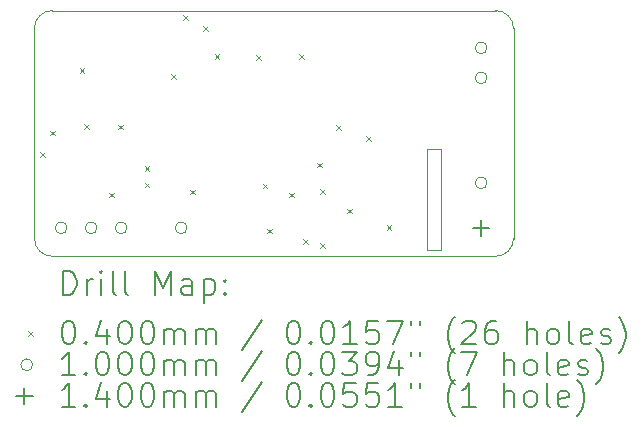
<source format=gbr>
%FSLAX45Y45*%
G04 Gerber Fmt 4.5, Leading zero omitted, Abs format (unit mm)*
G04 Created by KiCad (PCBNEW (5.99.0-10559-g8513ca974c)) date 2021-05-16 19:19:10*
%MOMM*%
%LPD*%
G01*
G04 APERTURE LIST*
%TA.AperFunction,Profile*%
%ADD10C,0.100000*%
%TD*%
%ADD11C,0.200000*%
%ADD12C,0.040000*%
%ADD13C,0.100000*%
%ADD14C,0.140000*%
G04 APERTURE END LIST*
D10*
X16530000Y-5716500D02*
X12773800Y-5716500D01*
X16680000Y-5866500D02*
X16680000Y-7646500D01*
X16530000Y-7796500D02*
X12773800Y-7796500D01*
X12623800Y-7646500D02*
X12623800Y-5866500D01*
X12773800Y-5716500D02*
G75*
G03*
X12623800Y-5866500I0J-150000D01*
G01*
X16680000Y-5866500D02*
G75*
G03*
X16530000Y-5716500I-150000J0D01*
G01*
X12773800Y-7796500D02*
G75*
G02*
X12623800Y-7646500I0J150000D01*
G01*
X16530000Y-7796500D02*
G75*
G03*
X16680000Y-7646500I0J150000D01*
G01*
X15945000Y-6892500D02*
X16065000Y-6892500D01*
X16065000Y-6892500D02*
X16065000Y-7746500D01*
X16065000Y-7746500D02*
X15945000Y-7746500D01*
X15945000Y-7746500D02*
X15945000Y-6892500D01*
D11*
D12*
X12672090Y-6914240D02*
X12712090Y-6954240D01*
X12712090Y-6914240D02*
X12672090Y-6954240D01*
X12757000Y-6732000D02*
X12797000Y-6772000D01*
X12797000Y-6732000D02*
X12757000Y-6772000D01*
X13007000Y-6207000D02*
X13047000Y-6247000D01*
X13047000Y-6207000D02*
X13007000Y-6247000D01*
X13046420Y-6676889D02*
X13086420Y-6716889D01*
X13086420Y-6676889D02*
X13046420Y-6716889D01*
X13257000Y-7257000D02*
X13297000Y-7297000D01*
X13297000Y-7257000D02*
X13257000Y-7297000D01*
X13332000Y-6682000D02*
X13372000Y-6722000D01*
X13372000Y-6682000D02*
X13332000Y-6722000D01*
X13556470Y-7174110D02*
X13596470Y-7214110D01*
X13596470Y-7174110D02*
X13556470Y-7214110D01*
X13557000Y-7032000D02*
X13597000Y-7072000D01*
X13597000Y-7032000D02*
X13557000Y-7072000D01*
X13782000Y-6257000D02*
X13822000Y-6297000D01*
X13822000Y-6257000D02*
X13782000Y-6297000D01*
X13882000Y-5757000D02*
X13922000Y-5797000D01*
X13922000Y-5757000D02*
X13882000Y-5797000D01*
X13943450Y-7231700D02*
X13983450Y-7271700D01*
X13983450Y-7231700D02*
X13943450Y-7271700D01*
X14050000Y-5846500D02*
X14090000Y-5886500D01*
X14090000Y-5846500D02*
X14050000Y-5886500D01*
X14150000Y-6086500D02*
X14190000Y-6126500D01*
X14190000Y-6086500D02*
X14150000Y-6126500D01*
X14500000Y-6091382D02*
X14540000Y-6131382D01*
X14540000Y-6091382D02*
X14500000Y-6131382D01*
X14557000Y-7182000D02*
X14597000Y-7222000D01*
X14597000Y-7182000D02*
X14557000Y-7222000D01*
X14595300Y-7561900D02*
X14635300Y-7601900D01*
X14635300Y-7561900D02*
X14595300Y-7601900D01*
X14782000Y-7257000D02*
X14822000Y-7297000D01*
X14822000Y-7257000D02*
X14782000Y-7297000D01*
X14866144Y-6084987D02*
X14906144Y-6124987D01*
X14906144Y-6084987D02*
X14866144Y-6124987D01*
X14897000Y-7654350D02*
X14937000Y-7694350D01*
X14937000Y-7654350D02*
X14897000Y-7694350D01*
X15020000Y-7003100D02*
X15060000Y-7043100D01*
X15060000Y-7003100D02*
X15020000Y-7043100D01*
X15040000Y-7226500D02*
X15080000Y-7266500D01*
X15080000Y-7226500D02*
X15040000Y-7266500D01*
X15040000Y-7687250D02*
X15080000Y-7727250D01*
X15080000Y-7687250D02*
X15040000Y-7727250D01*
X15180000Y-6686500D02*
X15220000Y-6726500D01*
X15220000Y-6686500D02*
X15180000Y-6726500D01*
X15271980Y-7393160D02*
X15311980Y-7433160D01*
X15311980Y-7393160D02*
X15271980Y-7433160D01*
X15430000Y-6780000D02*
X15470000Y-6820000D01*
X15470000Y-6780000D02*
X15430000Y-6820000D01*
X15607000Y-7532000D02*
X15647000Y-7572000D01*
X15647000Y-7532000D02*
X15607000Y-7572000D01*
D13*
X12900000Y-7556500D02*
G75*
G03*
X12900000Y-7556500I-50000J0D01*
G01*
X13154000Y-7556500D02*
G75*
G03*
X13154000Y-7556500I-50000J0D01*
G01*
X13408000Y-7556500D02*
G75*
G03*
X13408000Y-7556500I-50000J0D01*
G01*
X13916000Y-7556500D02*
G75*
G03*
X13916000Y-7556500I-50000J0D01*
G01*
X16456000Y-6032500D02*
G75*
G03*
X16456000Y-6032500I-50000J0D01*
G01*
X16456000Y-6286500D02*
G75*
G03*
X16456000Y-6286500I-50000J0D01*
G01*
X16456000Y-7175500D02*
G75*
G03*
X16456000Y-7175500I-50000J0D01*
G01*
D14*
X16406000Y-7486500D02*
X16406000Y-7626500D01*
X16336000Y-7556500D02*
X16476000Y-7556500D01*
D11*
X12866419Y-8121976D02*
X12866419Y-7921976D01*
X12914038Y-7921976D01*
X12942609Y-7931500D01*
X12961657Y-7950548D01*
X12971181Y-7969595D01*
X12980705Y-8007690D01*
X12980705Y-8036262D01*
X12971181Y-8074357D01*
X12961657Y-8093405D01*
X12942609Y-8112452D01*
X12914038Y-8121976D01*
X12866419Y-8121976D01*
X13066419Y-8121976D02*
X13066419Y-7988643D01*
X13066419Y-8026738D02*
X13075943Y-8007690D01*
X13085467Y-7998167D01*
X13104514Y-7988643D01*
X13123562Y-7988643D01*
X13190228Y-8121976D02*
X13190228Y-7988643D01*
X13190228Y-7921976D02*
X13180705Y-7931500D01*
X13190228Y-7941024D01*
X13199752Y-7931500D01*
X13190228Y-7921976D01*
X13190228Y-7941024D01*
X13314038Y-8121976D02*
X13294990Y-8112452D01*
X13285467Y-8093405D01*
X13285467Y-7921976D01*
X13418800Y-8121976D02*
X13399752Y-8112452D01*
X13390228Y-8093405D01*
X13390228Y-7921976D01*
X13647371Y-8121976D02*
X13647371Y-7921976D01*
X13714038Y-8064833D01*
X13780705Y-7921976D01*
X13780705Y-8121976D01*
X13961657Y-8121976D02*
X13961657Y-8017214D01*
X13952133Y-7998167D01*
X13933086Y-7988643D01*
X13894990Y-7988643D01*
X13875943Y-7998167D01*
X13961657Y-8112452D02*
X13942609Y-8121976D01*
X13894990Y-8121976D01*
X13875943Y-8112452D01*
X13866419Y-8093405D01*
X13866419Y-8074357D01*
X13875943Y-8055309D01*
X13894990Y-8045786D01*
X13942609Y-8045786D01*
X13961657Y-8036262D01*
X14056895Y-7988643D02*
X14056895Y-8188643D01*
X14056895Y-7998167D02*
X14075943Y-7988643D01*
X14114038Y-7988643D01*
X14133086Y-7998167D01*
X14142609Y-8007690D01*
X14152133Y-8026738D01*
X14152133Y-8083881D01*
X14142609Y-8102928D01*
X14133086Y-8112452D01*
X14114038Y-8121976D01*
X14075943Y-8121976D01*
X14056895Y-8112452D01*
X14237848Y-8102928D02*
X14247371Y-8112452D01*
X14237848Y-8121976D01*
X14228324Y-8112452D01*
X14237848Y-8102928D01*
X14237848Y-8121976D01*
X14237848Y-7998167D02*
X14247371Y-8007690D01*
X14237848Y-8017214D01*
X14228324Y-8007690D01*
X14237848Y-7998167D01*
X14237848Y-8017214D01*
D12*
X12568800Y-8431500D02*
X12608800Y-8471500D01*
X12608800Y-8431500D02*
X12568800Y-8471500D01*
D11*
X12904514Y-8341976D02*
X12923562Y-8341976D01*
X12942609Y-8351500D01*
X12952133Y-8361024D01*
X12961657Y-8380071D01*
X12971181Y-8418167D01*
X12971181Y-8465786D01*
X12961657Y-8503881D01*
X12952133Y-8522929D01*
X12942609Y-8532452D01*
X12923562Y-8541976D01*
X12904514Y-8541976D01*
X12885467Y-8532452D01*
X12875943Y-8522929D01*
X12866419Y-8503881D01*
X12856895Y-8465786D01*
X12856895Y-8418167D01*
X12866419Y-8380071D01*
X12875943Y-8361024D01*
X12885467Y-8351500D01*
X12904514Y-8341976D01*
X13056895Y-8522929D02*
X13066419Y-8532452D01*
X13056895Y-8541976D01*
X13047371Y-8532452D01*
X13056895Y-8522929D01*
X13056895Y-8541976D01*
X13237848Y-8408643D02*
X13237848Y-8541976D01*
X13190228Y-8332452D02*
X13142609Y-8475310D01*
X13266419Y-8475310D01*
X13380705Y-8341976D02*
X13399752Y-8341976D01*
X13418800Y-8351500D01*
X13428324Y-8361024D01*
X13437848Y-8380071D01*
X13447371Y-8418167D01*
X13447371Y-8465786D01*
X13437848Y-8503881D01*
X13428324Y-8522929D01*
X13418800Y-8532452D01*
X13399752Y-8541976D01*
X13380705Y-8541976D01*
X13361657Y-8532452D01*
X13352133Y-8522929D01*
X13342609Y-8503881D01*
X13333086Y-8465786D01*
X13333086Y-8418167D01*
X13342609Y-8380071D01*
X13352133Y-8361024D01*
X13361657Y-8351500D01*
X13380705Y-8341976D01*
X13571181Y-8341976D02*
X13590228Y-8341976D01*
X13609276Y-8351500D01*
X13618800Y-8361024D01*
X13628324Y-8380071D01*
X13637848Y-8418167D01*
X13637848Y-8465786D01*
X13628324Y-8503881D01*
X13618800Y-8522929D01*
X13609276Y-8532452D01*
X13590228Y-8541976D01*
X13571181Y-8541976D01*
X13552133Y-8532452D01*
X13542609Y-8522929D01*
X13533086Y-8503881D01*
X13523562Y-8465786D01*
X13523562Y-8418167D01*
X13533086Y-8380071D01*
X13542609Y-8361024D01*
X13552133Y-8351500D01*
X13571181Y-8341976D01*
X13723562Y-8541976D02*
X13723562Y-8408643D01*
X13723562Y-8427690D02*
X13733086Y-8418167D01*
X13752133Y-8408643D01*
X13780705Y-8408643D01*
X13799752Y-8418167D01*
X13809276Y-8437214D01*
X13809276Y-8541976D01*
X13809276Y-8437214D02*
X13818800Y-8418167D01*
X13837848Y-8408643D01*
X13866419Y-8408643D01*
X13885467Y-8418167D01*
X13894990Y-8437214D01*
X13894990Y-8541976D01*
X13990228Y-8541976D02*
X13990228Y-8408643D01*
X13990228Y-8427690D02*
X13999752Y-8418167D01*
X14018800Y-8408643D01*
X14047371Y-8408643D01*
X14066419Y-8418167D01*
X14075943Y-8437214D01*
X14075943Y-8541976D01*
X14075943Y-8437214D02*
X14085467Y-8418167D01*
X14104514Y-8408643D01*
X14133086Y-8408643D01*
X14152133Y-8418167D01*
X14161657Y-8437214D01*
X14161657Y-8541976D01*
X14552133Y-8332452D02*
X14380705Y-8589595D01*
X14809276Y-8341976D02*
X14828324Y-8341976D01*
X14847371Y-8351500D01*
X14856895Y-8361024D01*
X14866419Y-8380071D01*
X14875943Y-8418167D01*
X14875943Y-8465786D01*
X14866419Y-8503881D01*
X14856895Y-8522929D01*
X14847371Y-8532452D01*
X14828324Y-8541976D01*
X14809276Y-8541976D01*
X14790228Y-8532452D01*
X14780705Y-8522929D01*
X14771181Y-8503881D01*
X14761657Y-8465786D01*
X14761657Y-8418167D01*
X14771181Y-8380071D01*
X14780705Y-8361024D01*
X14790228Y-8351500D01*
X14809276Y-8341976D01*
X14961657Y-8522929D02*
X14971181Y-8532452D01*
X14961657Y-8541976D01*
X14952133Y-8532452D01*
X14961657Y-8522929D01*
X14961657Y-8541976D01*
X15094990Y-8341976D02*
X15114038Y-8341976D01*
X15133086Y-8351500D01*
X15142609Y-8361024D01*
X15152133Y-8380071D01*
X15161657Y-8418167D01*
X15161657Y-8465786D01*
X15152133Y-8503881D01*
X15142609Y-8522929D01*
X15133086Y-8532452D01*
X15114038Y-8541976D01*
X15094990Y-8541976D01*
X15075943Y-8532452D01*
X15066419Y-8522929D01*
X15056895Y-8503881D01*
X15047371Y-8465786D01*
X15047371Y-8418167D01*
X15056895Y-8380071D01*
X15066419Y-8361024D01*
X15075943Y-8351500D01*
X15094990Y-8341976D01*
X15352133Y-8541976D02*
X15237848Y-8541976D01*
X15294990Y-8541976D02*
X15294990Y-8341976D01*
X15275943Y-8370548D01*
X15256895Y-8389595D01*
X15237848Y-8399119D01*
X15533086Y-8341976D02*
X15437848Y-8341976D01*
X15428324Y-8437214D01*
X15437848Y-8427690D01*
X15456895Y-8418167D01*
X15504514Y-8418167D01*
X15523562Y-8427690D01*
X15533086Y-8437214D01*
X15542609Y-8456262D01*
X15542609Y-8503881D01*
X15533086Y-8522929D01*
X15523562Y-8532452D01*
X15504514Y-8541976D01*
X15456895Y-8541976D01*
X15437848Y-8532452D01*
X15428324Y-8522929D01*
X15609276Y-8341976D02*
X15742609Y-8341976D01*
X15656895Y-8541976D01*
X15809276Y-8341976D02*
X15809276Y-8380071D01*
X15885467Y-8341976D02*
X15885467Y-8380071D01*
X16180705Y-8618167D02*
X16171181Y-8608643D01*
X16152133Y-8580071D01*
X16142609Y-8561024D01*
X16133086Y-8532452D01*
X16123562Y-8484833D01*
X16123562Y-8446738D01*
X16133086Y-8399119D01*
X16142609Y-8370548D01*
X16152133Y-8351500D01*
X16171181Y-8322928D01*
X16180705Y-8313405D01*
X16247371Y-8361024D02*
X16256895Y-8351500D01*
X16275943Y-8341976D01*
X16323562Y-8341976D01*
X16342609Y-8351500D01*
X16352133Y-8361024D01*
X16361657Y-8380071D01*
X16361657Y-8399119D01*
X16352133Y-8427690D01*
X16237848Y-8541976D01*
X16361657Y-8541976D01*
X16533086Y-8341976D02*
X16494990Y-8341976D01*
X16475943Y-8351500D01*
X16466419Y-8361024D01*
X16447371Y-8389595D01*
X16437848Y-8427690D01*
X16437848Y-8503881D01*
X16447371Y-8522929D01*
X16456895Y-8532452D01*
X16475943Y-8541976D01*
X16514038Y-8541976D01*
X16533086Y-8532452D01*
X16542609Y-8522929D01*
X16552133Y-8503881D01*
X16552133Y-8456262D01*
X16542609Y-8437214D01*
X16533086Y-8427690D01*
X16514038Y-8418167D01*
X16475943Y-8418167D01*
X16456895Y-8427690D01*
X16447371Y-8437214D01*
X16437848Y-8456262D01*
X16790229Y-8541976D02*
X16790229Y-8341976D01*
X16875943Y-8541976D02*
X16875943Y-8437214D01*
X16866419Y-8418167D01*
X16847371Y-8408643D01*
X16818800Y-8408643D01*
X16799752Y-8418167D01*
X16790229Y-8427690D01*
X16999752Y-8541976D02*
X16980705Y-8532452D01*
X16971181Y-8522929D01*
X16961657Y-8503881D01*
X16961657Y-8446738D01*
X16971181Y-8427690D01*
X16980705Y-8418167D01*
X16999752Y-8408643D01*
X17028324Y-8408643D01*
X17047371Y-8418167D01*
X17056895Y-8427690D01*
X17066419Y-8446738D01*
X17066419Y-8503881D01*
X17056895Y-8522929D01*
X17047371Y-8532452D01*
X17028324Y-8541976D01*
X16999752Y-8541976D01*
X17180705Y-8541976D02*
X17161657Y-8532452D01*
X17152133Y-8513405D01*
X17152133Y-8341976D01*
X17333086Y-8532452D02*
X17314038Y-8541976D01*
X17275943Y-8541976D01*
X17256895Y-8532452D01*
X17247371Y-8513405D01*
X17247371Y-8437214D01*
X17256895Y-8418167D01*
X17275943Y-8408643D01*
X17314038Y-8408643D01*
X17333086Y-8418167D01*
X17342610Y-8437214D01*
X17342610Y-8456262D01*
X17247371Y-8475310D01*
X17418800Y-8532452D02*
X17437848Y-8541976D01*
X17475943Y-8541976D01*
X17494990Y-8532452D01*
X17504514Y-8513405D01*
X17504514Y-8503881D01*
X17494990Y-8484833D01*
X17475943Y-8475310D01*
X17447371Y-8475310D01*
X17428324Y-8465786D01*
X17418800Y-8446738D01*
X17418800Y-8437214D01*
X17428324Y-8418167D01*
X17447371Y-8408643D01*
X17475943Y-8408643D01*
X17494990Y-8418167D01*
X17571181Y-8618167D02*
X17580705Y-8608643D01*
X17599752Y-8580071D01*
X17609276Y-8561024D01*
X17618800Y-8532452D01*
X17628324Y-8484833D01*
X17628324Y-8446738D01*
X17618800Y-8399119D01*
X17609276Y-8370548D01*
X17599752Y-8351500D01*
X17580705Y-8322928D01*
X17571181Y-8313405D01*
D13*
X12608800Y-8715500D02*
G75*
G03*
X12608800Y-8715500I-50000J0D01*
G01*
D11*
X12971181Y-8805976D02*
X12856895Y-8805976D01*
X12914038Y-8805976D02*
X12914038Y-8605976D01*
X12894990Y-8634548D01*
X12875943Y-8653595D01*
X12856895Y-8663119D01*
X13056895Y-8786929D02*
X13066419Y-8796452D01*
X13056895Y-8805976D01*
X13047371Y-8796452D01*
X13056895Y-8786929D01*
X13056895Y-8805976D01*
X13190228Y-8605976D02*
X13209276Y-8605976D01*
X13228324Y-8615500D01*
X13237848Y-8625024D01*
X13247371Y-8644071D01*
X13256895Y-8682167D01*
X13256895Y-8729786D01*
X13247371Y-8767881D01*
X13237848Y-8786929D01*
X13228324Y-8796452D01*
X13209276Y-8805976D01*
X13190228Y-8805976D01*
X13171181Y-8796452D01*
X13161657Y-8786929D01*
X13152133Y-8767881D01*
X13142609Y-8729786D01*
X13142609Y-8682167D01*
X13152133Y-8644071D01*
X13161657Y-8625024D01*
X13171181Y-8615500D01*
X13190228Y-8605976D01*
X13380705Y-8605976D02*
X13399752Y-8605976D01*
X13418800Y-8615500D01*
X13428324Y-8625024D01*
X13437848Y-8644071D01*
X13447371Y-8682167D01*
X13447371Y-8729786D01*
X13437848Y-8767881D01*
X13428324Y-8786929D01*
X13418800Y-8796452D01*
X13399752Y-8805976D01*
X13380705Y-8805976D01*
X13361657Y-8796452D01*
X13352133Y-8786929D01*
X13342609Y-8767881D01*
X13333086Y-8729786D01*
X13333086Y-8682167D01*
X13342609Y-8644071D01*
X13352133Y-8625024D01*
X13361657Y-8615500D01*
X13380705Y-8605976D01*
X13571181Y-8605976D02*
X13590228Y-8605976D01*
X13609276Y-8615500D01*
X13618800Y-8625024D01*
X13628324Y-8644071D01*
X13637848Y-8682167D01*
X13637848Y-8729786D01*
X13628324Y-8767881D01*
X13618800Y-8786929D01*
X13609276Y-8796452D01*
X13590228Y-8805976D01*
X13571181Y-8805976D01*
X13552133Y-8796452D01*
X13542609Y-8786929D01*
X13533086Y-8767881D01*
X13523562Y-8729786D01*
X13523562Y-8682167D01*
X13533086Y-8644071D01*
X13542609Y-8625024D01*
X13552133Y-8615500D01*
X13571181Y-8605976D01*
X13723562Y-8805976D02*
X13723562Y-8672643D01*
X13723562Y-8691690D02*
X13733086Y-8682167D01*
X13752133Y-8672643D01*
X13780705Y-8672643D01*
X13799752Y-8682167D01*
X13809276Y-8701214D01*
X13809276Y-8805976D01*
X13809276Y-8701214D02*
X13818800Y-8682167D01*
X13837848Y-8672643D01*
X13866419Y-8672643D01*
X13885467Y-8682167D01*
X13894990Y-8701214D01*
X13894990Y-8805976D01*
X13990228Y-8805976D02*
X13990228Y-8672643D01*
X13990228Y-8691690D02*
X13999752Y-8682167D01*
X14018800Y-8672643D01*
X14047371Y-8672643D01*
X14066419Y-8682167D01*
X14075943Y-8701214D01*
X14075943Y-8805976D01*
X14075943Y-8701214D02*
X14085467Y-8682167D01*
X14104514Y-8672643D01*
X14133086Y-8672643D01*
X14152133Y-8682167D01*
X14161657Y-8701214D01*
X14161657Y-8805976D01*
X14552133Y-8596452D02*
X14380705Y-8853595D01*
X14809276Y-8605976D02*
X14828324Y-8605976D01*
X14847371Y-8615500D01*
X14856895Y-8625024D01*
X14866419Y-8644071D01*
X14875943Y-8682167D01*
X14875943Y-8729786D01*
X14866419Y-8767881D01*
X14856895Y-8786929D01*
X14847371Y-8796452D01*
X14828324Y-8805976D01*
X14809276Y-8805976D01*
X14790228Y-8796452D01*
X14780705Y-8786929D01*
X14771181Y-8767881D01*
X14761657Y-8729786D01*
X14761657Y-8682167D01*
X14771181Y-8644071D01*
X14780705Y-8625024D01*
X14790228Y-8615500D01*
X14809276Y-8605976D01*
X14961657Y-8786929D02*
X14971181Y-8796452D01*
X14961657Y-8805976D01*
X14952133Y-8796452D01*
X14961657Y-8786929D01*
X14961657Y-8805976D01*
X15094990Y-8605976D02*
X15114038Y-8605976D01*
X15133086Y-8615500D01*
X15142609Y-8625024D01*
X15152133Y-8644071D01*
X15161657Y-8682167D01*
X15161657Y-8729786D01*
X15152133Y-8767881D01*
X15142609Y-8786929D01*
X15133086Y-8796452D01*
X15114038Y-8805976D01*
X15094990Y-8805976D01*
X15075943Y-8796452D01*
X15066419Y-8786929D01*
X15056895Y-8767881D01*
X15047371Y-8729786D01*
X15047371Y-8682167D01*
X15056895Y-8644071D01*
X15066419Y-8625024D01*
X15075943Y-8615500D01*
X15094990Y-8605976D01*
X15228324Y-8605976D02*
X15352133Y-8605976D01*
X15285467Y-8682167D01*
X15314038Y-8682167D01*
X15333086Y-8691690D01*
X15342609Y-8701214D01*
X15352133Y-8720262D01*
X15352133Y-8767881D01*
X15342609Y-8786929D01*
X15333086Y-8796452D01*
X15314038Y-8805976D01*
X15256895Y-8805976D01*
X15237848Y-8796452D01*
X15228324Y-8786929D01*
X15447371Y-8805976D02*
X15485467Y-8805976D01*
X15504514Y-8796452D01*
X15514038Y-8786929D01*
X15533086Y-8758357D01*
X15542609Y-8720262D01*
X15542609Y-8644071D01*
X15533086Y-8625024D01*
X15523562Y-8615500D01*
X15504514Y-8605976D01*
X15466419Y-8605976D01*
X15447371Y-8615500D01*
X15437848Y-8625024D01*
X15428324Y-8644071D01*
X15428324Y-8691690D01*
X15437848Y-8710738D01*
X15447371Y-8720262D01*
X15466419Y-8729786D01*
X15504514Y-8729786D01*
X15523562Y-8720262D01*
X15533086Y-8710738D01*
X15542609Y-8691690D01*
X15714038Y-8672643D02*
X15714038Y-8805976D01*
X15666419Y-8596452D02*
X15618800Y-8739310D01*
X15742609Y-8739310D01*
X15809276Y-8605976D02*
X15809276Y-8644071D01*
X15885467Y-8605976D02*
X15885467Y-8644071D01*
X16180705Y-8882167D02*
X16171181Y-8872643D01*
X16152133Y-8844071D01*
X16142609Y-8825024D01*
X16133086Y-8796452D01*
X16123562Y-8748833D01*
X16123562Y-8710738D01*
X16133086Y-8663119D01*
X16142609Y-8634548D01*
X16152133Y-8615500D01*
X16171181Y-8586929D01*
X16180705Y-8577405D01*
X16237848Y-8605976D02*
X16371181Y-8605976D01*
X16285467Y-8805976D01*
X16599752Y-8805976D02*
X16599752Y-8605976D01*
X16685467Y-8805976D02*
X16685467Y-8701214D01*
X16675943Y-8682167D01*
X16656895Y-8672643D01*
X16628324Y-8672643D01*
X16609276Y-8682167D01*
X16599752Y-8691690D01*
X16809276Y-8805976D02*
X16790229Y-8796452D01*
X16780705Y-8786929D01*
X16771181Y-8767881D01*
X16771181Y-8710738D01*
X16780705Y-8691690D01*
X16790229Y-8682167D01*
X16809276Y-8672643D01*
X16837848Y-8672643D01*
X16856895Y-8682167D01*
X16866419Y-8691690D01*
X16875943Y-8710738D01*
X16875943Y-8767881D01*
X16866419Y-8786929D01*
X16856895Y-8796452D01*
X16837848Y-8805976D01*
X16809276Y-8805976D01*
X16990229Y-8805976D02*
X16971181Y-8796452D01*
X16961657Y-8777405D01*
X16961657Y-8605976D01*
X17142610Y-8796452D02*
X17123562Y-8805976D01*
X17085467Y-8805976D01*
X17066419Y-8796452D01*
X17056895Y-8777405D01*
X17056895Y-8701214D01*
X17066419Y-8682167D01*
X17085467Y-8672643D01*
X17123562Y-8672643D01*
X17142610Y-8682167D01*
X17152133Y-8701214D01*
X17152133Y-8720262D01*
X17056895Y-8739310D01*
X17228324Y-8796452D02*
X17247371Y-8805976D01*
X17285467Y-8805976D01*
X17304514Y-8796452D01*
X17314038Y-8777405D01*
X17314038Y-8767881D01*
X17304514Y-8748833D01*
X17285467Y-8739310D01*
X17256895Y-8739310D01*
X17237848Y-8729786D01*
X17228324Y-8710738D01*
X17228324Y-8701214D01*
X17237848Y-8682167D01*
X17256895Y-8672643D01*
X17285467Y-8672643D01*
X17304514Y-8682167D01*
X17380705Y-8882167D02*
X17390229Y-8872643D01*
X17409276Y-8844071D01*
X17418800Y-8825024D01*
X17428324Y-8796452D01*
X17437848Y-8748833D01*
X17437848Y-8710738D01*
X17428324Y-8663119D01*
X17418800Y-8634548D01*
X17409276Y-8615500D01*
X17390229Y-8586929D01*
X17380705Y-8577405D01*
D14*
X12538800Y-8909500D02*
X12538800Y-9049500D01*
X12468800Y-8979500D02*
X12608800Y-8979500D01*
D11*
X12971181Y-9069976D02*
X12856895Y-9069976D01*
X12914038Y-9069976D02*
X12914038Y-8869976D01*
X12894990Y-8898548D01*
X12875943Y-8917595D01*
X12856895Y-8927119D01*
X13056895Y-9050929D02*
X13066419Y-9060452D01*
X13056895Y-9069976D01*
X13047371Y-9060452D01*
X13056895Y-9050929D01*
X13056895Y-9069976D01*
X13237848Y-8936643D02*
X13237848Y-9069976D01*
X13190228Y-8860452D02*
X13142609Y-9003310D01*
X13266419Y-9003310D01*
X13380705Y-8869976D02*
X13399752Y-8869976D01*
X13418800Y-8879500D01*
X13428324Y-8889024D01*
X13437848Y-8908071D01*
X13447371Y-8946167D01*
X13447371Y-8993786D01*
X13437848Y-9031881D01*
X13428324Y-9050929D01*
X13418800Y-9060452D01*
X13399752Y-9069976D01*
X13380705Y-9069976D01*
X13361657Y-9060452D01*
X13352133Y-9050929D01*
X13342609Y-9031881D01*
X13333086Y-8993786D01*
X13333086Y-8946167D01*
X13342609Y-8908071D01*
X13352133Y-8889024D01*
X13361657Y-8879500D01*
X13380705Y-8869976D01*
X13571181Y-8869976D02*
X13590228Y-8869976D01*
X13609276Y-8879500D01*
X13618800Y-8889024D01*
X13628324Y-8908071D01*
X13637848Y-8946167D01*
X13637848Y-8993786D01*
X13628324Y-9031881D01*
X13618800Y-9050929D01*
X13609276Y-9060452D01*
X13590228Y-9069976D01*
X13571181Y-9069976D01*
X13552133Y-9060452D01*
X13542609Y-9050929D01*
X13533086Y-9031881D01*
X13523562Y-8993786D01*
X13523562Y-8946167D01*
X13533086Y-8908071D01*
X13542609Y-8889024D01*
X13552133Y-8879500D01*
X13571181Y-8869976D01*
X13723562Y-9069976D02*
X13723562Y-8936643D01*
X13723562Y-8955690D02*
X13733086Y-8946167D01*
X13752133Y-8936643D01*
X13780705Y-8936643D01*
X13799752Y-8946167D01*
X13809276Y-8965214D01*
X13809276Y-9069976D01*
X13809276Y-8965214D02*
X13818800Y-8946167D01*
X13837848Y-8936643D01*
X13866419Y-8936643D01*
X13885467Y-8946167D01*
X13894990Y-8965214D01*
X13894990Y-9069976D01*
X13990228Y-9069976D02*
X13990228Y-8936643D01*
X13990228Y-8955690D02*
X13999752Y-8946167D01*
X14018800Y-8936643D01*
X14047371Y-8936643D01*
X14066419Y-8946167D01*
X14075943Y-8965214D01*
X14075943Y-9069976D01*
X14075943Y-8965214D02*
X14085467Y-8946167D01*
X14104514Y-8936643D01*
X14133086Y-8936643D01*
X14152133Y-8946167D01*
X14161657Y-8965214D01*
X14161657Y-9069976D01*
X14552133Y-8860452D02*
X14380705Y-9117595D01*
X14809276Y-8869976D02*
X14828324Y-8869976D01*
X14847371Y-8879500D01*
X14856895Y-8889024D01*
X14866419Y-8908071D01*
X14875943Y-8946167D01*
X14875943Y-8993786D01*
X14866419Y-9031881D01*
X14856895Y-9050929D01*
X14847371Y-9060452D01*
X14828324Y-9069976D01*
X14809276Y-9069976D01*
X14790228Y-9060452D01*
X14780705Y-9050929D01*
X14771181Y-9031881D01*
X14761657Y-8993786D01*
X14761657Y-8946167D01*
X14771181Y-8908071D01*
X14780705Y-8889024D01*
X14790228Y-8879500D01*
X14809276Y-8869976D01*
X14961657Y-9050929D02*
X14971181Y-9060452D01*
X14961657Y-9069976D01*
X14952133Y-9060452D01*
X14961657Y-9050929D01*
X14961657Y-9069976D01*
X15094990Y-8869976D02*
X15114038Y-8869976D01*
X15133086Y-8879500D01*
X15142609Y-8889024D01*
X15152133Y-8908071D01*
X15161657Y-8946167D01*
X15161657Y-8993786D01*
X15152133Y-9031881D01*
X15142609Y-9050929D01*
X15133086Y-9060452D01*
X15114038Y-9069976D01*
X15094990Y-9069976D01*
X15075943Y-9060452D01*
X15066419Y-9050929D01*
X15056895Y-9031881D01*
X15047371Y-8993786D01*
X15047371Y-8946167D01*
X15056895Y-8908071D01*
X15066419Y-8889024D01*
X15075943Y-8879500D01*
X15094990Y-8869976D01*
X15342609Y-8869976D02*
X15247371Y-8869976D01*
X15237848Y-8965214D01*
X15247371Y-8955690D01*
X15266419Y-8946167D01*
X15314038Y-8946167D01*
X15333086Y-8955690D01*
X15342609Y-8965214D01*
X15352133Y-8984262D01*
X15352133Y-9031881D01*
X15342609Y-9050929D01*
X15333086Y-9060452D01*
X15314038Y-9069976D01*
X15266419Y-9069976D01*
X15247371Y-9060452D01*
X15237848Y-9050929D01*
X15533086Y-8869976D02*
X15437848Y-8869976D01*
X15428324Y-8965214D01*
X15437848Y-8955690D01*
X15456895Y-8946167D01*
X15504514Y-8946167D01*
X15523562Y-8955690D01*
X15533086Y-8965214D01*
X15542609Y-8984262D01*
X15542609Y-9031881D01*
X15533086Y-9050929D01*
X15523562Y-9060452D01*
X15504514Y-9069976D01*
X15456895Y-9069976D01*
X15437848Y-9060452D01*
X15428324Y-9050929D01*
X15733086Y-9069976D02*
X15618800Y-9069976D01*
X15675943Y-9069976D02*
X15675943Y-8869976D01*
X15656895Y-8898548D01*
X15637848Y-8917595D01*
X15618800Y-8927119D01*
X15809276Y-8869976D02*
X15809276Y-8908071D01*
X15885467Y-8869976D02*
X15885467Y-8908071D01*
X16180705Y-9146167D02*
X16171181Y-9136643D01*
X16152133Y-9108071D01*
X16142609Y-9089024D01*
X16133086Y-9060452D01*
X16123562Y-9012833D01*
X16123562Y-8974738D01*
X16133086Y-8927119D01*
X16142609Y-8898548D01*
X16152133Y-8879500D01*
X16171181Y-8850929D01*
X16180705Y-8841405D01*
X16361657Y-9069976D02*
X16247371Y-9069976D01*
X16304514Y-9069976D02*
X16304514Y-8869976D01*
X16285467Y-8898548D01*
X16266419Y-8917595D01*
X16247371Y-8927119D01*
X16599752Y-9069976D02*
X16599752Y-8869976D01*
X16685467Y-9069976D02*
X16685467Y-8965214D01*
X16675943Y-8946167D01*
X16656895Y-8936643D01*
X16628324Y-8936643D01*
X16609276Y-8946167D01*
X16599752Y-8955690D01*
X16809276Y-9069976D02*
X16790229Y-9060452D01*
X16780705Y-9050929D01*
X16771181Y-9031881D01*
X16771181Y-8974738D01*
X16780705Y-8955690D01*
X16790229Y-8946167D01*
X16809276Y-8936643D01*
X16837848Y-8936643D01*
X16856895Y-8946167D01*
X16866419Y-8955690D01*
X16875943Y-8974738D01*
X16875943Y-9031881D01*
X16866419Y-9050929D01*
X16856895Y-9060452D01*
X16837848Y-9069976D01*
X16809276Y-9069976D01*
X16990229Y-9069976D02*
X16971181Y-9060452D01*
X16961657Y-9041405D01*
X16961657Y-8869976D01*
X17142610Y-9060452D02*
X17123562Y-9069976D01*
X17085467Y-9069976D01*
X17066419Y-9060452D01*
X17056895Y-9041405D01*
X17056895Y-8965214D01*
X17066419Y-8946167D01*
X17085467Y-8936643D01*
X17123562Y-8936643D01*
X17142610Y-8946167D01*
X17152133Y-8965214D01*
X17152133Y-8984262D01*
X17056895Y-9003310D01*
X17218800Y-9146167D02*
X17228324Y-9136643D01*
X17247371Y-9108071D01*
X17256895Y-9089024D01*
X17266419Y-9060452D01*
X17275943Y-9012833D01*
X17275943Y-8974738D01*
X17266419Y-8927119D01*
X17256895Y-8898548D01*
X17247371Y-8879500D01*
X17228324Y-8850929D01*
X17218800Y-8841405D01*
M02*

</source>
